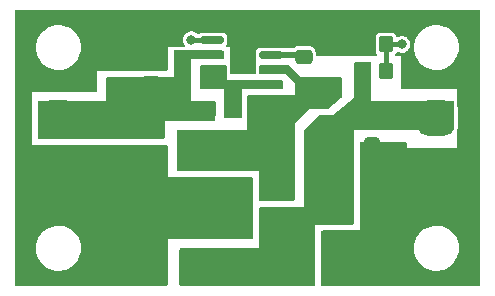
<source format=gtl>
%TF.GenerationSoftware,KiCad,Pcbnew,(6.0.7)*%
%TF.CreationDate,2022-10-09T14:23:20+03:00*%
%TF.ProjectId,mc34063-step-down,6d633334-3036-4332-9d73-7465702d646f,rev?*%
%TF.SameCoordinates,Original*%
%TF.FileFunction,Copper,L1,Top*%
%TF.FilePolarity,Positive*%
%FSLAX46Y46*%
G04 Gerber Fmt 4.6, Leading zero omitted, Abs format (unit mm)*
G04 Created by KiCad (PCBNEW (6.0.7)) date 2022-10-09 14:23:20*
%MOMM*%
%LPD*%
G01*
G04 APERTURE LIST*
G04 Aperture macros list*
%AMRoundRect*
0 Rectangle with rounded corners*
0 $1 Rounding radius*
0 $2 $3 $4 $5 $6 $7 $8 $9 X,Y pos of 4 corners*
0 Add a 4 corners polygon primitive as box body*
4,1,4,$2,$3,$4,$5,$6,$7,$8,$9,$2,$3,0*
0 Add four circle primitives for the rounded corners*
1,1,$1+$1,$2,$3*
1,1,$1+$1,$4,$5*
1,1,$1+$1,$6,$7*
1,1,$1+$1,$8,$9*
0 Add four rect primitives between the rounded corners*
20,1,$1+$1,$2,$3,$4,$5,0*
20,1,$1+$1,$4,$5,$6,$7,0*
20,1,$1+$1,$6,$7,$8,$9,0*
20,1,$1+$1,$8,$9,$2,$3,0*%
G04 Aperture macros list end*
%TA.AperFunction,SMDPad,CuDef*%
%ADD10R,1.200000X0.900000*%
%TD*%
%TA.AperFunction,SMDPad,CuDef*%
%ADD11RoundRect,0.250000X-0.350000X-0.450000X0.350000X-0.450000X0.350000X0.450000X-0.350000X0.450000X0*%
%TD*%
%TA.AperFunction,SMDPad,CuDef*%
%ADD12RoundRect,0.250000X0.550000X-1.500000X0.550000X1.500000X-0.550000X1.500000X-0.550000X-1.500000X0*%
%TD*%
%TA.AperFunction,SMDPad,CuDef*%
%ADD13R,5.400000X2.900000*%
%TD*%
%TA.AperFunction,ComponentPad*%
%ADD14C,2.000000*%
%TD*%
%TA.AperFunction,ComponentPad*%
%ADD15RoundRect,0.750000X-0.750000X0.750000X-0.750000X-0.750000X0.750000X-0.750000X0.750000X0.750000X0*%
%TD*%
%TA.AperFunction,SMDPad,CuDef*%
%ADD16RoundRect,0.250000X-0.550000X1.500000X-0.550000X-1.500000X0.550000X-1.500000X0.550000X1.500000X0*%
%TD*%
%TA.AperFunction,SMDPad,CuDef*%
%ADD17RoundRect,0.250000X0.475000X-0.337500X0.475000X0.337500X-0.475000X0.337500X-0.475000X-0.337500X0*%
%TD*%
%TA.AperFunction,SMDPad,CuDef*%
%ADD18RoundRect,0.250000X-0.412500X-0.650000X0.412500X-0.650000X0.412500X0.650000X-0.412500X0.650000X0*%
%TD*%
%TA.AperFunction,SMDPad,CuDef*%
%ADD19RoundRect,0.150000X0.825000X0.150000X-0.825000X0.150000X-0.825000X-0.150000X0.825000X-0.150000X0*%
%TD*%
%TA.AperFunction,SMDPad,CuDef*%
%ADD20RoundRect,0.250000X0.350000X0.450000X-0.350000X0.450000X-0.350000X-0.450000X0.350000X-0.450000X0*%
%TD*%
%TA.AperFunction,ViaPad*%
%ADD21C,0.800000*%
%TD*%
%TA.AperFunction,Conductor*%
%ADD22C,0.400000*%
%TD*%
%TA.AperFunction,Conductor*%
%ADD23C,0.500000*%
%TD*%
G04 APERTURE END LIST*
D10*
%TO.P,D1,1,K*%
%TO.N,Net-(D1-Pad1)*%
X98750000Y-52150000D03*
%TO.P,D1,2,A*%
%TO.N,GND*%
X98750000Y-48850000D03*
%TD*%
D11*
%TO.P,RSC1,1*%
%TO.N,/In*%
X88250000Y-54250000D03*
%TO.P,RSC1,2*%
%TO.N,/Sense*%
X90250000Y-54250000D03*
%TD*%
D12*
%TO.P,Ci1,1*%
%TO.N,/In*%
X83300000Y-53200000D03*
%TO.P,Ci1,2*%
%TO.N,GND*%
X83300000Y-47800000D03*
%TD*%
D13*
%TO.P,U2,1*%
%TO.N,Net-(D1-Pad1)*%
X88500000Y-57550000D03*
D14*
X94000000Y-61000000D03*
X94000000Y-60000000D03*
%TO.P,U2,2*%
%TO.N,/Vout*%
X94000000Y-64000000D03*
D13*
X88500000Y-67450000D03*
D14*
X94000000Y-65000000D03*
%TD*%
D15*
%TO.P,J1,1,Pin_1*%
%TO.N,/In*%
X75500000Y-54960000D03*
%TO.P,J1,2,Pin_2*%
%TO.N,GND*%
X75500000Y-60040000D03*
%TD*%
D16*
%TO.P,Co1,2*%
%TO.N,GND*%
X99500000Y-66700000D03*
%TO.P,Co1,1*%
%TO.N,/Vout*%
X99500000Y-61300000D03*
%TD*%
D17*
%TO.P,Ct1,2*%
%TO.N,GND*%
X96250000Y-47712500D03*
%TO.P,Ct1,1*%
%TO.N,Net-(Ct1-Pad1)*%
X96250000Y-49787500D03*
%TD*%
D18*
%TO.P,Co2,1*%
%TO.N,/Vout*%
X98937500Y-57500000D03*
%TO.P,Co2,2*%
%TO.N,GND*%
X102062500Y-57500000D03*
%TD*%
D11*
%TO.P,R1,1*%
%TO.N,/Vout*%
X101250000Y-51000000D03*
%TO.P,R1,2*%
%TO.N,/Vfeedback*%
X103250000Y-51000000D03*
%TD*%
D19*
%TO.P,U1,1,SwC*%
%TO.N,/Sense*%
X93475000Y-52155000D03*
%TO.P,U1,2,SwE*%
%TO.N,Net-(D1-Pad1)*%
X93475000Y-50885000D03*
%TO.P,U1,3,TC*%
%TO.N,Net-(Ct1-Pad1)*%
X93475000Y-49615000D03*
%TO.P,U1,4,GND*%
%TO.N,GND*%
X93475000Y-48345000D03*
%TO.P,U1,5,Vfb*%
%TO.N,/Vfeedback*%
X88525000Y-48345000D03*
%TO.P,U1,6,Vin*%
%TO.N,/In*%
X88525000Y-49615000D03*
%TO.P,U1,7,Ipk*%
%TO.N,/Sense*%
X88525000Y-50885000D03*
%TO.P,U1,8,DC*%
X88525000Y-52155000D03*
%TD*%
D20*
%TO.P,R2,1*%
%TO.N,/Vfeedback*%
X103250000Y-48750000D03*
%TO.P,R2,2*%
%TO.N,GND*%
X101250000Y-48750000D03*
%TD*%
D15*
%TO.P,J2,1,Pin_1*%
%TO.N,/Vout*%
X107500000Y-54960000D03*
%TO.P,J2,2,Pin_2*%
%TO.N,GND*%
X107500000Y-60040000D03*
%TD*%
D21*
%TO.N,GND*%
X109500000Y-51500000D03*
X104500000Y-61500000D03*
X104500000Y-63500000D03*
X102500000Y-66500000D03*
X102500000Y-63500000D03*
X102500000Y-61500000D03*
X98500000Y-47500000D03*
X90500000Y-49500000D03*
X90500000Y-47500000D03*
X78500000Y-47500000D03*
X80500000Y-47500000D03*
X80500000Y-49500000D03*
X78500000Y-49500000D03*
X82500000Y-63500000D03*
X80500000Y-63500000D03*
X80500000Y-66500000D03*
X82500000Y-66500000D03*
X78500000Y-66500000D03*
X78500000Y-63500000D03*
X84500000Y-63500000D03*
X90500000Y-63500000D03*
X90500000Y-61500000D03*
X84500000Y-61500000D03*
X82500000Y-61500000D03*
X80500000Y-61500000D03*
X78500000Y-61500000D03*
X82500000Y-58500000D03*
X80500000Y-58500000D03*
X78500000Y-58500000D03*
%TO.N,/Vfeedback*%
X86750000Y-48350000D03*
X104600000Y-48750000D03*
%TD*%
D22*
%TO.N,/Vfeedback*%
X104600000Y-48750000D02*
X103250000Y-48750000D01*
X88520000Y-48350000D02*
X88525000Y-48345000D01*
X86750000Y-48350000D02*
X88520000Y-48350000D01*
X103250000Y-48750000D02*
X103250000Y-51000000D01*
D23*
%TO.N,Net-(Ct1-Pad1)*%
X96077500Y-49615000D02*
X96250000Y-49787500D01*
X93475000Y-49615000D02*
X96077500Y-49615000D01*
%TD*%
%TA.AperFunction,Conductor*%
%TO.N,/Sense*%
G36*
X89692121Y-50520002D02*
G01*
X89738614Y-50573658D01*
X89750000Y-50626000D01*
X89750000Y-51750000D01*
X94374000Y-51750000D01*
X94442121Y-51770002D01*
X94488614Y-51823658D01*
X94500000Y-51876000D01*
X94500000Y-52374000D01*
X94479998Y-52442121D01*
X94426342Y-52488614D01*
X94374000Y-52500000D01*
X91000000Y-52500000D01*
X91000000Y-54874000D01*
X90979998Y-54942121D01*
X90926342Y-54988614D01*
X90874000Y-55000000D01*
X89626000Y-55000000D01*
X89557879Y-54979998D01*
X89511386Y-54926342D01*
X89500000Y-54874000D01*
X89500000Y-52500000D01*
X87626000Y-52500000D01*
X87557879Y-52479998D01*
X87511386Y-52426342D01*
X87500000Y-52374000D01*
X87500000Y-50626000D01*
X87520002Y-50557879D01*
X87573658Y-50511386D01*
X87626000Y-50500000D01*
X89624000Y-50500000D01*
X89692121Y-50520002D01*
G37*
%TD.AperFunction*%
%TD*%
%TA.AperFunction,Conductor*%
%TO.N,Net-(D1-Pad1)*%
G36*
X95015931Y-50520002D02*
G01*
X95036905Y-50536905D01*
X96000000Y-51500000D01*
X99374000Y-51500000D01*
X99442121Y-51520002D01*
X99488614Y-51573658D01*
X99500000Y-51626000D01*
X99500000Y-53189441D01*
X99479998Y-53257562D01*
X99452712Y-53287830D01*
X98284514Y-54222389D01*
X98218825Y-54249325D01*
X98205802Y-54250000D01*
X96750000Y-54250000D01*
X95500000Y-55500000D01*
X95500000Y-61874000D01*
X95479998Y-61942121D01*
X95426342Y-61988614D01*
X95374000Y-62000000D01*
X92626000Y-62000000D01*
X92557879Y-61979998D01*
X92511386Y-61926342D01*
X92500000Y-61874000D01*
X92500000Y-59500000D01*
X85626000Y-59500000D01*
X85557879Y-59479998D01*
X85511386Y-59426342D01*
X85500000Y-59374000D01*
X85500000Y-56126000D01*
X85520002Y-56057879D01*
X85573658Y-56011386D01*
X85626000Y-56000000D01*
X91500000Y-56000000D01*
X91500000Y-53126000D01*
X91520002Y-53057879D01*
X91573658Y-53011386D01*
X91626000Y-53000000D01*
X95500000Y-53000000D01*
X95500000Y-52000000D01*
X94750000Y-51250000D01*
X92626000Y-51250000D01*
X92557879Y-51229998D01*
X92511386Y-51176342D01*
X92500000Y-51124000D01*
X92500000Y-50626000D01*
X92520002Y-50557879D01*
X92573658Y-50511386D01*
X92626000Y-50500000D01*
X94947810Y-50500000D01*
X95015931Y-50520002D01*
G37*
%TD.AperFunction*%
%TD*%
%TA.AperFunction,Conductor*%
%TO.N,/Vout*%
G36*
X101942121Y-50270002D02*
G01*
X101988614Y-50323658D01*
X102000000Y-50376000D01*
X102000000Y-53500000D01*
X108874000Y-53500000D01*
X108942121Y-53520002D01*
X108988614Y-53573658D01*
X109000000Y-53626000D01*
X109000000Y-55874000D01*
X108979998Y-55942121D01*
X108926342Y-55988614D01*
X108874000Y-56000000D01*
X100500000Y-56000000D01*
X100500000Y-63874000D01*
X100479998Y-63942121D01*
X100426342Y-63988614D01*
X100374000Y-64000000D01*
X97250000Y-64000000D01*
X97250000Y-69073500D01*
X97229998Y-69141621D01*
X97176342Y-69188114D01*
X97124000Y-69199500D01*
X85876000Y-69199500D01*
X85807879Y-69179498D01*
X85761386Y-69125842D01*
X85750000Y-69073500D01*
X85750000Y-66126000D01*
X85770002Y-66057879D01*
X85823658Y-66011386D01*
X85876000Y-66000000D01*
X92500000Y-66000000D01*
X92500000Y-62626000D01*
X92520002Y-62557879D01*
X92573658Y-62511386D01*
X92626000Y-62500000D01*
X96250000Y-62500000D01*
X96250000Y-56052190D01*
X96270002Y-55984069D01*
X96286905Y-55963095D01*
X97463095Y-54786905D01*
X97525407Y-54752879D01*
X97552190Y-54750000D01*
X98750000Y-54750000D01*
X100500000Y-53250000D01*
X100500000Y-50376000D01*
X100520002Y-50307879D01*
X100573658Y-50261386D01*
X100626000Y-50250000D01*
X101874000Y-50250000D01*
X101942121Y-50270002D01*
G37*
%TD.AperFunction*%
%TD*%
%TA.AperFunction,Conductor*%
%TO.N,/In*%
G36*
X89442121Y-49270002D02*
G01*
X89488614Y-49323658D01*
X89500000Y-49376000D01*
X89500000Y-49874000D01*
X89479998Y-49942121D01*
X89426342Y-49988614D01*
X89374000Y-50000000D01*
X86750000Y-50000000D01*
X86750000Y-53500000D01*
X88624000Y-53500000D01*
X88692121Y-53520002D01*
X88738614Y-53573658D01*
X88750000Y-53626000D01*
X88750000Y-55124000D01*
X88729998Y-55192121D01*
X88676342Y-55238614D01*
X88624000Y-55250000D01*
X84500000Y-55250000D01*
X84500000Y-56624000D01*
X84479998Y-56692121D01*
X84426342Y-56738614D01*
X84374000Y-56750000D01*
X73876000Y-56750000D01*
X73807879Y-56729998D01*
X73761386Y-56676342D01*
X73750000Y-56624000D01*
X73750000Y-53626000D01*
X73770002Y-53557879D01*
X73823658Y-53511386D01*
X73876000Y-53500000D01*
X79500000Y-53500000D01*
X79500000Y-51626000D01*
X79520002Y-51557879D01*
X79573658Y-51511386D01*
X79626000Y-51500000D01*
X85250000Y-51500000D01*
X85250000Y-49376000D01*
X85270002Y-49307879D01*
X85323658Y-49261386D01*
X85376000Y-49250000D01*
X89374000Y-49250000D01*
X89442121Y-49270002D01*
G37*
%TD.AperFunction*%
%TD*%
%TA.AperFunction,Conductor*%
%TO.N,GND*%
G36*
X111141621Y-45820502D02*
G01*
X111188114Y-45874158D01*
X111199500Y-45926500D01*
X111199500Y-69073500D01*
X111179498Y-69141621D01*
X111125842Y-69188114D01*
X111073500Y-69199500D01*
X97876000Y-69199500D01*
X97807879Y-69179498D01*
X97761386Y-69125842D01*
X97750000Y-69073500D01*
X97750000Y-66043233D01*
X105594906Y-66043233D01*
X105621102Y-66317792D01*
X105686657Y-66585694D01*
X105790199Y-66841326D01*
X105792500Y-66845256D01*
X105792503Y-66845262D01*
X105927255Y-67075403D01*
X105927260Y-67075410D01*
X105929558Y-67079335D01*
X105932405Y-67082895D01*
X106050028Y-67229974D01*
X106101816Y-67294732D01*
X106303364Y-67483008D01*
X106529979Y-67640216D01*
X106534055Y-67642244D01*
X106534057Y-67642245D01*
X106772827Y-67761032D01*
X106772830Y-67761033D01*
X106776914Y-67763065D01*
X107038998Y-67848980D01*
X107043489Y-67849760D01*
X107043490Y-67849760D01*
X107306957Y-67895506D01*
X107306965Y-67895507D01*
X107310738Y-67896162D01*
X107314575Y-67896353D01*
X107396305Y-67900422D01*
X107396313Y-67900422D01*
X107397876Y-67900500D01*
X107570070Y-67900500D01*
X107572338Y-67900335D01*
X107572350Y-67900335D01*
X107706603Y-67890594D01*
X107775083Y-67885625D01*
X107779538Y-67884641D01*
X107779541Y-67884641D01*
X108039947Y-67827148D01*
X108039950Y-67827147D01*
X108044403Y-67826164D01*
X108302319Y-67728449D01*
X108543428Y-67594525D01*
X108762678Y-67427198D01*
X108765873Y-67423930D01*
X108952283Y-67233242D01*
X108952287Y-67233237D01*
X108955477Y-67229974D01*
X109117787Y-67006984D01*
X109246206Y-66762899D01*
X109338045Y-66502832D01*
X109374516Y-66317792D01*
X109390499Y-66236704D01*
X109390500Y-66236698D01*
X109391380Y-66232232D01*
X109391607Y-66227676D01*
X109404867Y-65961336D01*
X109404867Y-65961330D01*
X109405094Y-65956767D01*
X109378898Y-65682208D01*
X109313343Y-65414306D01*
X109209801Y-65158674D01*
X109207500Y-65154744D01*
X109207497Y-65154738D01*
X109072745Y-64924597D01*
X109072740Y-64924590D01*
X109070442Y-64920665D01*
X108952597Y-64773308D01*
X108901036Y-64708834D01*
X108901035Y-64708833D01*
X108898184Y-64705268D01*
X108696636Y-64516992D01*
X108470021Y-64359784D01*
X108292667Y-64271551D01*
X108227173Y-64238968D01*
X108227170Y-64238967D01*
X108223086Y-64236935D01*
X107961002Y-64151020D01*
X107956510Y-64150240D01*
X107693043Y-64104494D01*
X107693035Y-64104493D01*
X107689262Y-64103838D01*
X107679029Y-64103329D01*
X107603695Y-64099578D01*
X107603687Y-64099578D01*
X107602124Y-64099500D01*
X107429930Y-64099500D01*
X107427662Y-64099665D01*
X107427650Y-64099665D01*
X107293397Y-64109406D01*
X107224917Y-64114375D01*
X107220462Y-64115359D01*
X107220459Y-64115359D01*
X106960053Y-64172852D01*
X106960050Y-64172853D01*
X106955597Y-64173836D01*
X106697681Y-64271551D01*
X106456572Y-64405475D01*
X106237322Y-64572802D01*
X106234129Y-64576068D01*
X106234127Y-64576070D01*
X106047717Y-64766758D01*
X106047713Y-64766763D01*
X106044523Y-64770026D01*
X105882213Y-64993016D01*
X105753794Y-65237101D01*
X105661955Y-65497168D01*
X105661075Y-65501634D01*
X105612564Y-65747759D01*
X105608620Y-65767768D01*
X105608393Y-65772322D01*
X105608393Y-65772324D01*
X105599211Y-65956767D01*
X105594906Y-66043233D01*
X97750000Y-66043233D01*
X97750000Y-64626000D01*
X97770002Y-64557879D01*
X97823658Y-64511386D01*
X97876000Y-64500000D01*
X101000000Y-64500000D01*
X101000000Y-57126000D01*
X101020002Y-57057879D01*
X101073658Y-57011386D01*
X101126000Y-57000000D01*
X104874000Y-57000000D01*
X104942121Y-57020002D01*
X104988614Y-57073658D01*
X105000000Y-57126000D01*
X105000000Y-57500000D01*
X109250000Y-57500000D01*
X109250000Y-56066337D01*
X109255505Y-56029500D01*
X109257091Y-56024311D01*
X109259459Y-56018623D01*
X109300179Y-55816673D01*
X109300500Y-55810337D01*
X109300499Y-54109664D01*
X109300179Y-54103327D01*
X109259459Y-53901377D01*
X109257091Y-53895689D01*
X109255505Y-53890500D01*
X109250000Y-53853663D01*
X109250000Y-52500000D01*
X104626000Y-52500000D01*
X104557879Y-52479998D01*
X104511386Y-52426342D01*
X104500000Y-52374000D01*
X104500000Y-49750000D01*
X104127519Y-49750000D01*
X104059398Y-49729998D01*
X104012905Y-49676342D01*
X104002801Y-49606068D01*
X104027157Y-49547820D01*
X104078918Y-49479628D01*
X104078920Y-49479625D01*
X104084113Y-49472783D01*
X104098828Y-49435616D01*
X104142500Y-49379645D01*
X104209503Y-49356168D01*
X104276100Y-49371270D01*
X104304559Y-49386721D01*
X104333558Y-49402467D01*
X104333560Y-49402468D01*
X104340235Y-49406092D01*
X104347584Y-49408020D01*
X104496883Y-49447188D01*
X104496885Y-49447188D01*
X104504233Y-49449116D01*
X104590609Y-49450473D01*
X104666161Y-49451660D01*
X104666164Y-49451660D01*
X104673760Y-49451779D01*
X104681165Y-49450083D01*
X104681166Y-49450083D01*
X104744319Y-49435619D01*
X104839029Y-49413928D01*
X104990498Y-49337747D01*
X105097291Y-49246537D01*
X105113651Y-49232564D01*
X105113652Y-49232563D01*
X105119423Y-49227634D01*
X105218361Y-49089947D01*
X105229449Y-49062366D01*
X105237140Y-49043233D01*
X105594906Y-49043233D01*
X105621102Y-49317792D01*
X105622187Y-49322226D01*
X105622188Y-49322232D01*
X105657075Y-49464801D01*
X105686657Y-49585694D01*
X105790199Y-49841326D01*
X105792500Y-49845256D01*
X105792503Y-49845262D01*
X105927255Y-50075403D01*
X105927260Y-50075410D01*
X105929558Y-50079335D01*
X105932405Y-50082895D01*
X106050028Y-50229974D01*
X106101816Y-50294732D01*
X106303364Y-50483008D01*
X106529979Y-50640216D01*
X106534055Y-50642244D01*
X106534057Y-50642245D01*
X106772827Y-50761032D01*
X106772830Y-50761033D01*
X106776914Y-50763065D01*
X107038998Y-50848980D01*
X107043489Y-50849760D01*
X107043490Y-50849760D01*
X107306957Y-50895506D01*
X107306965Y-50895507D01*
X107310738Y-50896162D01*
X107314575Y-50896353D01*
X107396305Y-50900422D01*
X107396313Y-50900422D01*
X107397876Y-50900500D01*
X107570070Y-50900500D01*
X107572338Y-50900335D01*
X107572350Y-50900335D01*
X107706603Y-50890594D01*
X107775083Y-50885625D01*
X107779538Y-50884641D01*
X107779541Y-50884641D01*
X108039947Y-50827148D01*
X108039950Y-50827147D01*
X108044403Y-50826164D01*
X108302319Y-50728449D01*
X108397646Y-50675500D01*
X108539435Y-50596743D01*
X108539436Y-50596742D01*
X108543428Y-50594525D01*
X108762678Y-50427198D01*
X108765873Y-50423930D01*
X108952283Y-50233242D01*
X108952287Y-50233237D01*
X108955477Y-50229974D01*
X108958166Y-50226280D01*
X109115100Y-50010676D01*
X109115102Y-50010673D01*
X109117787Y-50006984D01*
X109246206Y-49762899D01*
X109338045Y-49502832D01*
X109374583Y-49317453D01*
X109390499Y-49236704D01*
X109390500Y-49236698D01*
X109391380Y-49232232D01*
X109391916Y-49221470D01*
X109404867Y-48961336D01*
X109404867Y-48961330D01*
X109405094Y-48956767D01*
X109378898Y-48682208D01*
X109377541Y-48676660D01*
X109314429Y-48418744D01*
X109313343Y-48414306D01*
X109209801Y-48158674D01*
X109207500Y-48154744D01*
X109207497Y-48154738D01*
X109072745Y-47924597D01*
X109072740Y-47924590D01*
X109070442Y-47920665D01*
X108950400Y-47770560D01*
X108901036Y-47708834D01*
X108901035Y-47708833D01*
X108898184Y-47705268D01*
X108696636Y-47516992D01*
X108470021Y-47359784D01*
X108292667Y-47271551D01*
X108227173Y-47238968D01*
X108227170Y-47238967D01*
X108223086Y-47236935D01*
X107961002Y-47151020D01*
X107956510Y-47150240D01*
X107693043Y-47104494D01*
X107693035Y-47104493D01*
X107689262Y-47103838D01*
X107679029Y-47103329D01*
X107603695Y-47099578D01*
X107603687Y-47099578D01*
X107602124Y-47099500D01*
X107429930Y-47099500D01*
X107427662Y-47099665D01*
X107427650Y-47099665D01*
X107293397Y-47109406D01*
X107224917Y-47114375D01*
X107220462Y-47115359D01*
X107220459Y-47115359D01*
X106960053Y-47172852D01*
X106960050Y-47172853D01*
X106955597Y-47173836D01*
X106697681Y-47271551D01*
X106456572Y-47405475D01*
X106237322Y-47572802D01*
X106234129Y-47576068D01*
X106234127Y-47576070D01*
X106047717Y-47766758D01*
X106047713Y-47766763D01*
X106044523Y-47770026D01*
X106041836Y-47773718D01*
X106041834Y-47773720D01*
X105939791Y-47913913D01*
X105882213Y-47993016D01*
X105753794Y-48237101D01*
X105661955Y-48497168D01*
X105661075Y-48501634D01*
X105612932Y-48745892D01*
X105608620Y-48767768D01*
X105608393Y-48772322D01*
X105608393Y-48772324D01*
X105596323Y-49014779D01*
X105594906Y-49043233D01*
X105237140Y-49043233D01*
X105278766Y-48939687D01*
X105278767Y-48939685D01*
X105281601Y-48932634D01*
X105293290Y-48850500D01*
X105304909Y-48768862D01*
X105304909Y-48768859D01*
X105305490Y-48764778D01*
X105305645Y-48750000D01*
X105285276Y-48581680D01*
X105225345Y-48423077D01*
X105129312Y-48283349D01*
X105123641Y-48278296D01*
X105008392Y-48175612D01*
X105008388Y-48175610D01*
X105002721Y-48170560D01*
X104982632Y-48159923D01*
X104926165Y-48130026D01*
X104852881Y-48091224D01*
X104688441Y-48049919D01*
X104680843Y-48049879D01*
X104680841Y-48049879D01*
X104603668Y-48049475D01*
X104518895Y-48049031D01*
X104511508Y-48050805D01*
X104511504Y-48050805D01*
X104368162Y-48085220D01*
X104354032Y-48088612D01*
X104347288Y-48092093D01*
X104347285Y-48092094D01*
X104273794Y-48130026D01*
X104204087Y-48143495D01*
X104138163Y-48117140D01*
X104098852Y-48064444D01*
X104093085Y-48049879D01*
X104084113Y-48027217D01*
X103992922Y-47907078D01*
X103872783Y-47815887D01*
X103766281Y-47773720D01*
X103740077Y-47763345D01*
X103740075Y-47763344D01*
X103732547Y-47760364D01*
X103642772Y-47749500D01*
X102857228Y-47749500D01*
X102767453Y-47760364D01*
X102759925Y-47763344D01*
X102759923Y-47763345D01*
X102733719Y-47773720D01*
X102627217Y-47815887D01*
X102507078Y-47907078D01*
X102415887Y-48027217D01*
X102406915Y-48049879D01*
X102369599Y-48144129D01*
X102360364Y-48167453D01*
X102349500Y-48257228D01*
X102349500Y-49242772D01*
X102360364Y-49332547D01*
X102363344Y-49340075D01*
X102363345Y-49340077D01*
X102369716Y-49356168D01*
X102415887Y-49472783D01*
X102421080Y-49479625D01*
X102421082Y-49479628D01*
X102472843Y-49547820D01*
X102498097Y-49614173D01*
X102483469Y-49683646D01*
X102433603Y-49734182D01*
X102372481Y-49750000D01*
X97401500Y-49750000D01*
X97333379Y-49729998D01*
X97286886Y-49676342D01*
X97275500Y-49624000D01*
X97275500Y-49407228D01*
X97264636Y-49317453D01*
X97209113Y-49177217D01*
X97117922Y-49057078D01*
X96997783Y-48965887D01*
X96913795Y-48932634D01*
X96865077Y-48913345D01*
X96865075Y-48913344D01*
X96857547Y-48910364D01*
X96767772Y-48899500D01*
X95732228Y-48899500D01*
X95642453Y-48910364D01*
X95634925Y-48913344D01*
X95634923Y-48913345D01*
X95586205Y-48932634D01*
X95502217Y-48965887D01*
X95495376Y-48971079D01*
X95495377Y-48971079D01*
X95406075Y-49038863D01*
X95339721Y-49064116D01*
X95329895Y-49064500D01*
X94540742Y-49064500D01*
X94498994Y-49057383D01*
X94498126Y-49057078D01*
X94385369Y-49017481D01*
X94377723Y-49016758D01*
X94377722Y-49016758D01*
X94371752Y-49016194D01*
X94353834Y-49014500D01*
X92596166Y-49014500D01*
X92578248Y-49016194D01*
X92572278Y-49016758D01*
X92572277Y-49016758D01*
X92564631Y-49017481D01*
X92436816Y-49062366D01*
X92429246Y-49067958D01*
X92429243Y-49067959D01*
X92391126Y-49096113D01*
X92327850Y-49142850D01*
X92322258Y-49150421D01*
X92252959Y-49244243D01*
X92252958Y-49244246D01*
X92247366Y-49251816D01*
X92202481Y-49379631D01*
X92199500Y-49411166D01*
X92199500Y-49818834D01*
X92202481Y-49850369D01*
X92205026Y-49857616D01*
X92242883Y-49965418D01*
X92250000Y-50007166D01*
X92250000Y-50492834D01*
X92242883Y-50534582D01*
X92202481Y-50649631D01*
X92199500Y-50681166D01*
X92199500Y-51088834D01*
X92199779Y-51091784D01*
X92199779Y-51091787D01*
X92201703Y-51112144D01*
X92188200Y-51181844D01*
X92139157Y-51233180D01*
X92076262Y-51250000D01*
X90126000Y-51250000D01*
X90057879Y-51229998D01*
X90011386Y-51176342D01*
X90000000Y-51124000D01*
X90000000Y-49000000D01*
X89786803Y-49000000D01*
X89718682Y-48979998D01*
X89672189Y-48926342D01*
X89662085Y-48856068D01*
X89685452Y-48799140D01*
X89747041Y-48715757D01*
X89747042Y-48715754D01*
X89752634Y-48708184D01*
X89797519Y-48580369D01*
X89800500Y-48548834D01*
X89800500Y-48141166D01*
X89797519Y-48109631D01*
X89752634Y-47981816D01*
X89747042Y-47974246D01*
X89747041Y-47974243D01*
X89677742Y-47880421D01*
X89672150Y-47872850D01*
X89640177Y-47849234D01*
X89570757Y-47797959D01*
X89570754Y-47797958D01*
X89563184Y-47792366D01*
X89435369Y-47747481D01*
X89427723Y-47746758D01*
X89427722Y-47746758D01*
X89421752Y-47746194D01*
X89403834Y-47744500D01*
X87646166Y-47744500D01*
X87628248Y-47746194D01*
X87622278Y-47746758D01*
X87622277Y-47746758D01*
X87614631Y-47747481D01*
X87607384Y-47750026D01*
X87495705Y-47789244D01*
X87495703Y-47789245D01*
X87486816Y-47792366D01*
X87447942Y-47821079D01*
X87442835Y-47824851D01*
X87376157Y-47849234D01*
X87367976Y-47849500D01*
X87289309Y-47849500D01*
X87221188Y-47829498D01*
X87205499Y-47817583D01*
X87152721Y-47770560D01*
X87145541Y-47766758D01*
X87085080Y-47734746D01*
X87002881Y-47691224D01*
X86838441Y-47649919D01*
X86830843Y-47649879D01*
X86830841Y-47649879D01*
X86753668Y-47649475D01*
X86668895Y-47649031D01*
X86661508Y-47650805D01*
X86661504Y-47650805D01*
X86518162Y-47685220D01*
X86504032Y-47688612D01*
X86497288Y-47692093D01*
X86497285Y-47692094D01*
X86366900Y-47759391D01*
X86353369Y-47766375D01*
X86347647Y-47771367D01*
X86347645Y-47771368D01*
X86300237Y-47812725D01*
X86225604Y-47877831D01*
X86221237Y-47884045D01*
X86147246Y-47989324D01*
X86128113Y-48016547D01*
X86066524Y-48174513D01*
X86065532Y-48182046D01*
X86065532Y-48182047D01*
X86051372Y-48289608D01*
X86044394Y-48342611D01*
X86062999Y-48511135D01*
X86121266Y-48670356D01*
X86125502Y-48676659D01*
X86125502Y-48676660D01*
X86210885Y-48803724D01*
X86232277Y-48871422D01*
X86213673Y-48939937D01*
X86160980Y-48987519D01*
X86106303Y-49000000D01*
X84750000Y-49000000D01*
X84750000Y-50874000D01*
X84729998Y-50942121D01*
X84676342Y-50988614D01*
X84624000Y-51000000D01*
X78750000Y-51000000D01*
X78750000Y-52624000D01*
X78729998Y-52692121D01*
X78676342Y-52738614D01*
X78624000Y-52750000D01*
X73250000Y-52750000D01*
X73250000Y-57250000D01*
X84624000Y-57250000D01*
X84692121Y-57270002D01*
X84738614Y-57323658D01*
X84750000Y-57376000D01*
X84750000Y-60000000D01*
X91874000Y-60000000D01*
X91942121Y-60020002D01*
X91988614Y-60073658D01*
X92000000Y-60126000D01*
X92000000Y-65124000D01*
X91979998Y-65192121D01*
X91926342Y-65238614D01*
X91874000Y-65250000D01*
X84750000Y-65250000D01*
X84750000Y-69073500D01*
X84729998Y-69141621D01*
X84676342Y-69188114D01*
X84624000Y-69199500D01*
X71926500Y-69199500D01*
X71858379Y-69179498D01*
X71811886Y-69125842D01*
X71800500Y-69073500D01*
X71800500Y-66043233D01*
X73594906Y-66043233D01*
X73621102Y-66317792D01*
X73686657Y-66585694D01*
X73790199Y-66841326D01*
X73792500Y-66845256D01*
X73792503Y-66845262D01*
X73927255Y-67075403D01*
X73927260Y-67075410D01*
X73929558Y-67079335D01*
X73932405Y-67082895D01*
X74050028Y-67229974D01*
X74101816Y-67294732D01*
X74303364Y-67483008D01*
X74529979Y-67640216D01*
X74534055Y-67642244D01*
X74534057Y-67642245D01*
X74772827Y-67761032D01*
X74772830Y-67761033D01*
X74776914Y-67763065D01*
X75038998Y-67848980D01*
X75043489Y-67849760D01*
X75043490Y-67849760D01*
X75306957Y-67895506D01*
X75306965Y-67895507D01*
X75310738Y-67896162D01*
X75314575Y-67896353D01*
X75396305Y-67900422D01*
X75396313Y-67900422D01*
X75397876Y-67900500D01*
X75570070Y-67900500D01*
X75572338Y-67900335D01*
X75572350Y-67900335D01*
X75706603Y-67890594D01*
X75775083Y-67885625D01*
X75779538Y-67884641D01*
X75779541Y-67884641D01*
X76039947Y-67827148D01*
X76039950Y-67827147D01*
X76044403Y-67826164D01*
X76302319Y-67728449D01*
X76543428Y-67594525D01*
X76762678Y-67427198D01*
X76765873Y-67423930D01*
X76952283Y-67233242D01*
X76952287Y-67233237D01*
X76955477Y-67229974D01*
X77117787Y-67006984D01*
X77246206Y-66762899D01*
X77338045Y-66502832D01*
X77374516Y-66317792D01*
X77390499Y-66236704D01*
X77390500Y-66236698D01*
X77391380Y-66232232D01*
X77391607Y-66227676D01*
X77404867Y-65961336D01*
X77404867Y-65961330D01*
X77405094Y-65956767D01*
X77378898Y-65682208D01*
X77313343Y-65414306D01*
X77209801Y-65158674D01*
X77207500Y-65154744D01*
X77207497Y-65154738D01*
X77072745Y-64924597D01*
X77072740Y-64924590D01*
X77070442Y-64920665D01*
X76952597Y-64773308D01*
X76901036Y-64708834D01*
X76901035Y-64708833D01*
X76898184Y-64705268D01*
X76696636Y-64516992D01*
X76470021Y-64359784D01*
X76292667Y-64271551D01*
X76227173Y-64238968D01*
X76227170Y-64238967D01*
X76223086Y-64236935D01*
X75961002Y-64151020D01*
X75956510Y-64150240D01*
X75693043Y-64104494D01*
X75693035Y-64104493D01*
X75689262Y-64103838D01*
X75679029Y-64103329D01*
X75603695Y-64099578D01*
X75603687Y-64099578D01*
X75602124Y-64099500D01*
X75429930Y-64099500D01*
X75427662Y-64099665D01*
X75427650Y-64099665D01*
X75293397Y-64109406D01*
X75224917Y-64114375D01*
X75220462Y-64115359D01*
X75220459Y-64115359D01*
X74960053Y-64172852D01*
X74960050Y-64172853D01*
X74955597Y-64173836D01*
X74697681Y-64271551D01*
X74456572Y-64405475D01*
X74237322Y-64572802D01*
X74234129Y-64576068D01*
X74234127Y-64576070D01*
X74047717Y-64766758D01*
X74047713Y-64766763D01*
X74044523Y-64770026D01*
X73882213Y-64993016D01*
X73753794Y-65237101D01*
X73661955Y-65497168D01*
X73661075Y-65501634D01*
X73612564Y-65747759D01*
X73608620Y-65767768D01*
X73608393Y-65772322D01*
X73608393Y-65772324D01*
X73599211Y-65956767D01*
X73594906Y-66043233D01*
X71800500Y-66043233D01*
X71800500Y-49043233D01*
X73594906Y-49043233D01*
X73621102Y-49317792D01*
X73622187Y-49322226D01*
X73622188Y-49322232D01*
X73657075Y-49464801D01*
X73686657Y-49585694D01*
X73790199Y-49841326D01*
X73792500Y-49845256D01*
X73792503Y-49845262D01*
X73927255Y-50075403D01*
X73927260Y-50075410D01*
X73929558Y-50079335D01*
X73932405Y-50082895D01*
X74050028Y-50229974D01*
X74101816Y-50294732D01*
X74303364Y-50483008D01*
X74529979Y-50640216D01*
X74534055Y-50642244D01*
X74534057Y-50642245D01*
X74772827Y-50761032D01*
X74772830Y-50761033D01*
X74776914Y-50763065D01*
X75038998Y-50848980D01*
X75043489Y-50849760D01*
X75043490Y-50849760D01*
X75306957Y-50895506D01*
X75306965Y-50895507D01*
X75310738Y-50896162D01*
X75314575Y-50896353D01*
X75396305Y-50900422D01*
X75396313Y-50900422D01*
X75397876Y-50900500D01*
X75570070Y-50900500D01*
X75572338Y-50900335D01*
X75572350Y-50900335D01*
X75706603Y-50890594D01*
X75775083Y-50885625D01*
X75779538Y-50884641D01*
X75779541Y-50884641D01*
X76039947Y-50827148D01*
X76039950Y-50827147D01*
X76044403Y-50826164D01*
X76302319Y-50728449D01*
X76397646Y-50675500D01*
X76539435Y-50596743D01*
X76539436Y-50596742D01*
X76543428Y-50594525D01*
X76762678Y-50427198D01*
X76765873Y-50423930D01*
X76952283Y-50233242D01*
X76952287Y-50233237D01*
X76955477Y-50229974D01*
X76958166Y-50226280D01*
X77115100Y-50010676D01*
X77115102Y-50010673D01*
X77117787Y-50006984D01*
X77246206Y-49762899D01*
X77338045Y-49502832D01*
X77374583Y-49317453D01*
X77390499Y-49236704D01*
X77390500Y-49236698D01*
X77391380Y-49232232D01*
X77391916Y-49221470D01*
X77404867Y-48961336D01*
X77404867Y-48961330D01*
X77405094Y-48956767D01*
X77378898Y-48682208D01*
X77377541Y-48676660D01*
X77314429Y-48418744D01*
X77313343Y-48414306D01*
X77209801Y-48158674D01*
X77207500Y-48154744D01*
X77207497Y-48154738D01*
X77072745Y-47924597D01*
X77072740Y-47924590D01*
X77070442Y-47920665D01*
X76950400Y-47770560D01*
X76901036Y-47708834D01*
X76901035Y-47708833D01*
X76898184Y-47705268D01*
X76696636Y-47516992D01*
X76470021Y-47359784D01*
X76292667Y-47271551D01*
X76227173Y-47238968D01*
X76227170Y-47238967D01*
X76223086Y-47236935D01*
X75961002Y-47151020D01*
X75956510Y-47150240D01*
X75693043Y-47104494D01*
X75693035Y-47104493D01*
X75689262Y-47103838D01*
X75679029Y-47103329D01*
X75603695Y-47099578D01*
X75603687Y-47099578D01*
X75602124Y-47099500D01*
X75429930Y-47099500D01*
X75427662Y-47099665D01*
X75427650Y-47099665D01*
X75293397Y-47109406D01*
X75224917Y-47114375D01*
X75220462Y-47115359D01*
X75220459Y-47115359D01*
X74960053Y-47172852D01*
X74960050Y-47172853D01*
X74955597Y-47173836D01*
X74697681Y-47271551D01*
X74456572Y-47405475D01*
X74237322Y-47572802D01*
X74234129Y-47576068D01*
X74234127Y-47576070D01*
X74047717Y-47766758D01*
X74047713Y-47766763D01*
X74044523Y-47770026D01*
X74041836Y-47773718D01*
X74041834Y-47773720D01*
X73939791Y-47913913D01*
X73882213Y-47993016D01*
X73753794Y-48237101D01*
X73661955Y-48497168D01*
X73661075Y-48501634D01*
X73612932Y-48745892D01*
X73608620Y-48767768D01*
X73608393Y-48772322D01*
X73608393Y-48772324D01*
X73596323Y-49014779D01*
X73594906Y-49043233D01*
X71800500Y-49043233D01*
X71800500Y-45926500D01*
X71820502Y-45858379D01*
X71874158Y-45811886D01*
X71926500Y-45800500D01*
X111073500Y-45800500D01*
X111141621Y-45820502D01*
G37*
%TD.AperFunction*%
%TD*%
M02*

</source>
